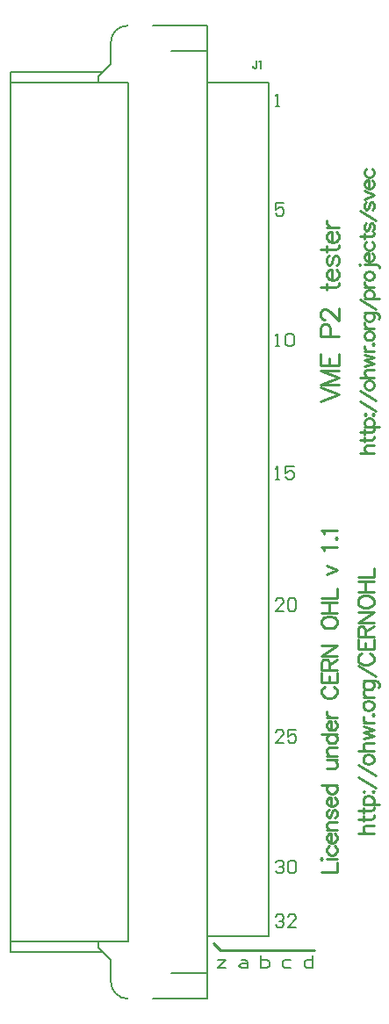
<source format=gto>
%FSLAX25Y25*%
%MOIN*%
G70*
G01*
G75*
G04 Layer_Color=65535*
%ADD10C,0.11811*%
%ADD11C,0.18110*%
%ADD12C,0.05906*%
%ADD13R,0.03937X0.03543*%
%ADD14C,0.01000*%
%ADD15C,0.00787*%
%ADD16C,0.00700*%
D14*
X27500Y11500D02*
X30300Y8700D01*
X65936D01*
X82335Y52908D02*
X88333D01*
X85477D02*
X84620Y53765D01*
X84334Y54337D01*
Y55193D01*
X84620Y55765D01*
X85477Y56050D01*
X88333D01*
X82335Y58478D02*
X87191D01*
X88048Y58764D01*
X88333Y59335D01*
Y59907D01*
X84334Y57622D02*
Y59621D01*
X82335Y61621D02*
X87191D01*
X88048Y61906D01*
X88333Y62478D01*
Y63049D01*
X84334Y60764D02*
Y62763D01*
Y63906D02*
X90333D01*
X85191D02*
X84620Y64477D01*
X84334Y65048D01*
Y65905D01*
X84620Y66477D01*
X85191Y67048D01*
X86048Y67334D01*
X86619D01*
X87476Y67048D01*
X88048Y66477D01*
X88333Y65905D01*
Y65048D01*
X88048Y64477D01*
X87476Y63906D01*
X84334Y68905D02*
X84620Y68619D01*
X84905Y68905D01*
X84620Y69190D01*
X84334Y68905D01*
X87762D02*
X88048Y68619D01*
X88333Y68905D01*
X88048Y69190D01*
X87762Y68905D01*
X89190Y70504D02*
X82335Y74504D01*
X89190Y74904D02*
X82335Y78903D01*
X84334Y80731D02*
X84620Y80159D01*
X85191Y79588D01*
X86048Y79303D01*
X86619D01*
X87476Y79588D01*
X88048Y80159D01*
X88333Y80731D01*
Y81588D01*
X88048Y82159D01*
X87476Y82730D01*
X86619Y83016D01*
X86048D01*
X85191Y82730D01*
X84620Y82159D01*
X84334Y81588D01*
Y80731D01*
X82335Y84330D02*
X88333D01*
X85477D02*
X84620Y85187D01*
X84334Y85758D01*
Y86615D01*
X84620Y87187D01*
X85477Y87472D01*
X88333D01*
X84334Y89043D02*
X88333Y90186D01*
X84334Y91329D02*
X88333Y90186D01*
X84334Y91329D02*
X88333Y92471D01*
X84334Y93614D02*
X88333Y92471D01*
X84334Y95013D02*
X88333D01*
X86048D02*
X85191Y95299D01*
X84620Y95870D01*
X84334Y96442D01*
Y97299D01*
X87762Y98127D02*
X88048Y97841D01*
X88333Y98127D01*
X88048Y98413D01*
X87762Y98127D01*
X84334Y101155D02*
X84620Y100584D01*
X85191Y100012D01*
X86048Y99727D01*
X86619D01*
X87476Y100012D01*
X88048Y100584D01*
X88333Y101155D01*
Y102012D01*
X88048Y102583D01*
X87476Y103155D01*
X86619Y103440D01*
X86048D01*
X85191Y103155D01*
X84620Y102583D01*
X84334Y102012D01*
Y101155D01*
Y104754D02*
X88333D01*
X86048D02*
X85191Y105040D01*
X84620Y105611D01*
X84334Y106183D01*
Y107039D01*
Y111010D02*
X88905D01*
X89762Y110724D01*
X90047Y110439D01*
X90333Y109867D01*
Y109011D01*
X90047Y108439D01*
X85191Y111010D02*
X84620Y110439D01*
X84334Y109867D01*
Y109011D01*
X84620Y108439D01*
X85191Y107868D01*
X86048Y107582D01*
X86619D01*
X87476Y107868D01*
X88048Y108439D01*
X88333Y109011D01*
Y109867D01*
X88048Y110439D01*
X87476Y111010D01*
X89190Y112610D02*
X82335Y116609D01*
X83763Y121294D02*
X83192Y121008D01*
X82620Y120437D01*
X82335Y119865D01*
Y118723D01*
X82620Y118151D01*
X83192Y117580D01*
X83763Y117294D01*
X84620Y117009D01*
X86048D01*
X86905Y117294D01*
X87476Y117580D01*
X88048Y118151D01*
X88333Y118723D01*
Y119865D01*
X88048Y120437D01*
X87476Y121008D01*
X86905Y121294D01*
X82335Y126692D02*
Y122979D01*
X88333D01*
Y126692D01*
X85191Y122979D02*
Y125264D01*
X82335Y127692D02*
X88333D01*
X82335D02*
Y130263D01*
X82620Y131120D01*
X82906Y131406D01*
X83477Y131691D01*
X84049D01*
X84620Y131406D01*
X84905Y131120D01*
X85191Y130263D01*
Y127692D01*
Y129692D02*
X88333Y131691D01*
X82335Y133034D02*
X88333D01*
X82335D02*
X88333Y137033D01*
X82335D02*
X88333D01*
X82335Y140404D02*
X82620Y139832D01*
X83192Y139261D01*
X83763Y138976D01*
X84620Y138690D01*
X86048D01*
X86905Y138976D01*
X87476Y139261D01*
X88048Y139832D01*
X88333Y140404D01*
Y141546D01*
X88048Y142118D01*
X87476Y142689D01*
X86905Y142975D01*
X86048Y143260D01*
X84620D01*
X83763Y142975D01*
X83192Y142689D01*
X82620Y142118D01*
X82335Y141546D01*
Y140404D01*
Y144660D02*
X88333D01*
X82335Y148659D02*
X88333D01*
X85191Y144660D02*
Y148659D01*
X82335Y150316D02*
X88333D01*
Y153744D01*
X68488Y38511D02*
X74487D01*
Y41939D01*
X68488Y43167D02*
X68774Y43453D01*
X68488Y43739D01*
X68202Y43453D01*
X68488Y43167D01*
X70487Y43453D02*
X74487D01*
X71344Y48224D02*
X70773Y47652D01*
X70487Y47081D01*
Y46224D01*
X70773Y45653D01*
X71344Y45081D01*
X72201Y44796D01*
X72773D01*
X73630Y45081D01*
X74201Y45653D01*
X74487Y46224D01*
Y47081D01*
X74201Y47652D01*
X73630Y48224D01*
X72201Y49509D02*
Y52937D01*
X71630D01*
X71059Y52651D01*
X70773Y52365D01*
X70487Y51794D01*
Y50937D01*
X70773Y50366D01*
X71344Y49795D01*
X72201Y49509D01*
X72773D01*
X73630Y49795D01*
X74201Y50366D01*
X74487Y50937D01*
Y51794D01*
X74201Y52365D01*
X73630Y52937D01*
X70487Y54222D02*
X74487D01*
X71630D02*
X70773Y55079D01*
X70487Y55651D01*
Y56507D01*
X70773Y57079D01*
X71630Y57364D01*
X74487D01*
X71344Y62078D02*
X70773Y61792D01*
X70487Y60935D01*
Y60078D01*
X70773Y59221D01*
X71344Y58935D01*
X71916Y59221D01*
X72201Y59792D01*
X72487Y61221D01*
X72773Y61792D01*
X73344Y62078D01*
X73630D01*
X74201Y61792D01*
X74487Y60935D01*
Y60078D01*
X74201Y59221D01*
X73630Y58935D01*
X72201Y63335D02*
Y66762D01*
X71630D01*
X71059Y66477D01*
X70773Y66191D01*
X70487Y65620D01*
Y64763D01*
X70773Y64192D01*
X71344Y63620D01*
X72201Y63335D01*
X72773D01*
X73630Y63620D01*
X74201Y64192D01*
X74487Y64763D01*
Y65620D01*
X74201Y66191D01*
X73630Y66762D01*
X68488Y71476D02*
X74487D01*
X71344D02*
X70773Y70904D01*
X70487Y70333D01*
Y69476D01*
X70773Y68905D01*
X71344Y68334D01*
X72201Y68048D01*
X72773D01*
X73630Y68334D01*
X74201Y68905D01*
X74487Y69476D01*
Y70333D01*
X74201Y70904D01*
X73630Y71476D01*
X70487Y77789D02*
X73344D01*
X74201Y78074D01*
X74487Y78646D01*
Y79502D01*
X74201Y80074D01*
X73344Y80931D01*
X70487D02*
X74487D01*
X70487Y82502D02*
X74487D01*
X71630D02*
X70773Y83359D01*
X70487Y83930D01*
Y84787D01*
X70773Y85358D01*
X71630Y85644D01*
X74487D01*
X68488Y90643D02*
X74487D01*
X71344D02*
X70773Y90072D01*
X70487Y89500D01*
Y88643D01*
X70773Y88072D01*
X71344Y87501D01*
X72201Y87215D01*
X72773D01*
X73630Y87501D01*
X74201Y88072D01*
X74487Y88643D01*
Y89500D01*
X74201Y90072D01*
X73630Y90643D01*
X72201Y92243D02*
Y95670D01*
X71630D01*
X71059Y95385D01*
X70773Y95099D01*
X70487Y94528D01*
Y93671D01*
X70773Y93100D01*
X71344Y92528D01*
X72201Y92243D01*
X72773D01*
X73630Y92528D01*
X74201Y93100D01*
X74487Y93671D01*
Y94528D01*
X74201Y95099D01*
X73630Y95670D01*
X70487Y96956D02*
X74487D01*
X72201D02*
X71344Y97242D01*
X70773Y97813D01*
X70487Y98384D01*
Y99241D01*
X69916Y108782D02*
X69345Y108496D01*
X68774Y107925D01*
X68488Y107354D01*
Y106211D01*
X68774Y105640D01*
X69345Y105069D01*
X69916Y104783D01*
X70773Y104497D01*
X72201D01*
X73058Y104783D01*
X73630Y105069D01*
X74201Y105640D01*
X74487Y106211D01*
Y107354D01*
X74201Y107925D01*
X73630Y108496D01*
X73058Y108782D01*
X68488Y114181D02*
Y110467D01*
X74487D01*
Y114181D01*
X71344Y110467D02*
Y112752D01*
X68488Y115181D02*
X74487D01*
X68488D02*
Y117752D01*
X68774Y118608D01*
X69059Y118894D01*
X69630Y119180D01*
X70202D01*
X70773Y118894D01*
X71059Y118608D01*
X71344Y117752D01*
Y115181D01*
Y117180D02*
X74487Y119180D01*
X68488Y120522D02*
X74487D01*
X68488D02*
X74487Y124522D01*
X68488D02*
X74487D01*
X68488Y132605D02*
X68774Y132034D01*
X69345Y131463D01*
X69916Y131177D01*
X70773Y130892D01*
X72201D01*
X73058Y131177D01*
X73630Y131463D01*
X74201Y132034D01*
X74487Y132605D01*
Y133748D01*
X74201Y134319D01*
X73630Y134891D01*
X73058Y135176D01*
X72201Y135462D01*
X70773D01*
X69916Y135176D01*
X69345Y134891D01*
X68774Y134319D01*
X68488Y133748D01*
Y132605D01*
Y136862D02*
X74487D01*
X68488Y140861D02*
X74487D01*
X71344Y136862D02*
Y140861D01*
X68488Y142518D02*
X74487D01*
Y145945D01*
X70487Y151316D02*
X74487Y153030D01*
X70487Y154744D02*
X74487Y153030D01*
X69630Y160428D02*
X69345Y160999D01*
X68488Y161856D01*
X74487D01*
X73915Y165113D02*
X74201Y164827D01*
X74487Y165113D01*
X74201Y165398D01*
X73915Y165113D01*
X69630Y166712D02*
X69345Y167284D01*
X68488Y168141D01*
X74487D01*
X83001Y197333D02*
X88500D01*
X85882D02*
X85096Y198118D01*
X84834Y198642D01*
Y199428D01*
X85096Y199951D01*
X85882Y200213D01*
X88500D01*
X83001Y202439D02*
X87453D01*
X88238Y202701D01*
X88500Y203224D01*
Y203748D01*
X84834Y201653D02*
Y203486D01*
X83001Y205319D02*
X87453D01*
X88238Y205581D01*
X88500Y206105D01*
Y206628D01*
X84834Y204534D02*
Y206367D01*
Y207414D02*
X90333D01*
X85620D02*
X85096Y207938D01*
X84834Y208461D01*
Y209247D01*
X85096Y209771D01*
X85620Y210294D01*
X86405Y210556D01*
X86929D01*
X87714Y210294D01*
X88238Y209771D01*
X88500Y209247D01*
Y208461D01*
X88238Y207938D01*
X87714Y207414D01*
X84834Y211996D02*
X85096Y211735D01*
X85358Y211996D01*
X85096Y212258D01*
X84834Y211996D01*
X87976D02*
X88238Y211735D01*
X88500Y211996D01*
X88238Y212258D01*
X87976Y211996D01*
X89286Y213463D02*
X83001Y217128D01*
X89286Y217495D02*
X83001Y221161D01*
X84834Y222837D02*
X85096Y222313D01*
X85620Y221790D01*
X86405Y221528D01*
X86929D01*
X87714Y221790D01*
X88238Y222313D01*
X88500Y222837D01*
Y223622D01*
X88238Y224146D01*
X87714Y224670D01*
X86929Y224932D01*
X86405D01*
X85620Y224670D01*
X85096Y224146D01*
X84834Y223622D01*
Y222837D01*
X83001Y226136D02*
X88500D01*
X85882D02*
X85096Y226922D01*
X84834Y227445D01*
Y228231D01*
X85096Y228755D01*
X85882Y229016D01*
X88500D01*
X84834Y230457D02*
X88500Y231504D01*
X84834Y232551D02*
X88500Y231504D01*
X84834Y232551D02*
X88500Y233599D01*
X84834Y234646D02*
X88500Y233599D01*
X84834Y235929D02*
X88500D01*
X86405D02*
X85620Y236191D01*
X85096Y236715D01*
X84834Y237239D01*
Y238024D01*
X87976Y238783D02*
X88238Y238522D01*
X88500Y238783D01*
X88238Y239045D01*
X87976Y238783D01*
X84834Y241559D02*
X85096Y241035D01*
X85620Y240512D01*
X86405Y240250D01*
X86929D01*
X87714Y240512D01*
X88238Y241035D01*
X88500Y241559D01*
Y242345D01*
X88238Y242868D01*
X87714Y243392D01*
X86929Y243654D01*
X86405D01*
X85620Y243392D01*
X85096Y242868D01*
X84834Y242345D01*
Y241559D01*
Y244858D02*
X88500D01*
X86405D02*
X85620Y245120D01*
X85096Y245644D01*
X84834Y246168D01*
Y246953D01*
Y250593D02*
X89024D01*
X89809Y250331D01*
X90071Y250069D01*
X90333Y249545D01*
Y248760D01*
X90071Y248236D01*
X85620Y250593D02*
X85096Y250069D01*
X84834Y249545D01*
Y248760D01*
X85096Y248236D01*
X85620Y247712D01*
X86405Y247451D01*
X86929D01*
X87714Y247712D01*
X88238Y248236D01*
X88500Y248760D01*
Y249545D01*
X88238Y250069D01*
X87714Y250593D01*
X89286Y252059D02*
X83001Y255725D01*
X84834Y256092D02*
X90333D01*
X85620D02*
X85096Y256615D01*
X84834Y257139D01*
Y257925D01*
X85096Y258448D01*
X85620Y258972D01*
X86405Y259234D01*
X86929D01*
X87714Y258972D01*
X88238Y258448D01*
X88500Y257925D01*
Y257139D01*
X88238Y256615D01*
X87714Y256092D01*
X84834Y260412D02*
X88500D01*
X86405D02*
X85620Y260674D01*
X85096Y261198D01*
X84834Y261721D01*
Y262507D01*
Y264314D02*
X85096Y263790D01*
X85620Y263266D01*
X86405Y263004D01*
X86929D01*
X87714Y263266D01*
X88238Y263790D01*
X88500Y264314D01*
Y265099D01*
X88238Y265623D01*
X87714Y266147D01*
X86929Y266408D01*
X86405D01*
X85620Y266147D01*
X85096Y265623D01*
X84834Y265099D01*
Y264314D01*
X83001Y268660D02*
X83263Y268922D01*
X83001Y269184D01*
X82739Y268922D01*
X83001Y268660D01*
X84834Y268922D02*
X89286D01*
X90071Y268660D01*
X90333Y268137D01*
Y267613D01*
X86405Y270205D02*
Y273347D01*
X85882D01*
X85358Y273086D01*
X85096Y272824D01*
X84834Y272300D01*
Y271515D01*
X85096Y270991D01*
X85620Y270467D01*
X86405Y270205D01*
X86929D01*
X87714Y270467D01*
X88238Y270991D01*
X88500Y271515D01*
Y272300D01*
X88238Y272824D01*
X87714Y273347D01*
X85620Y277668D02*
X85096Y277144D01*
X84834Y276621D01*
Y275835D01*
X85096Y275311D01*
X85620Y274788D01*
X86405Y274526D01*
X86929D01*
X87714Y274788D01*
X88238Y275311D01*
X88500Y275835D01*
Y276621D01*
X88238Y277144D01*
X87714Y277668D01*
X83001Y279632D02*
X87453D01*
X88238Y279894D01*
X88500Y280417D01*
Y280941D01*
X84834Y278846D02*
Y280679D01*
X85620Y284607D02*
X85096Y284345D01*
X84834Y283560D01*
Y282774D01*
X85096Y281989D01*
X85620Y281727D01*
X86143Y281989D01*
X86405Y282512D01*
X86667Y283821D01*
X86929Y284345D01*
X87453Y284607D01*
X87714D01*
X88238Y284345D01*
X88500Y283560D01*
Y282774D01*
X88238Y281989D01*
X87714Y281727D01*
X89286Y285759D02*
X83001Y289425D01*
X85620Y292672D02*
X85096Y292410D01*
X84834Y291624D01*
Y290839D01*
X85096Y290053D01*
X85620Y289792D01*
X86143Y290053D01*
X86405Y290577D01*
X86667Y291886D01*
X86929Y292410D01*
X87453Y292672D01*
X87714D01*
X88238Y292410D01*
X88500Y291624D01*
Y290839D01*
X88238Y290053D01*
X87714Y289792D01*
X84834Y293824D02*
X88500Y295395D01*
X84834Y296966D02*
X88500Y295395D01*
X86405Y297856D02*
Y300999D01*
X85882D01*
X85358Y300737D01*
X85096Y300475D01*
X84834Y299951D01*
Y299166D01*
X85096Y298642D01*
X85620Y298118D01*
X86405Y297856D01*
X86929D01*
X87714Y298118D01*
X88238Y298642D01*
X88500Y299166D01*
Y299951D01*
X88238Y300475D01*
X87714Y300999D01*
X85620Y305319D02*
X85096Y304796D01*
X84834Y304272D01*
Y303486D01*
X85096Y302963D01*
X85620Y302439D01*
X86405Y302177D01*
X86929D01*
X87714Y302439D01*
X88238Y302963D01*
X88500Y303486D01*
Y304272D01*
X88238Y304796D01*
X87714Y305319D01*
X68202Y217000D02*
X75201Y219666D01*
X68202Y222332D02*
X75201Y219666D01*
X68202Y223232D02*
X75201D01*
X68202D02*
X75201Y225898D01*
X68202Y228564D02*
X75201Y225898D01*
X68202Y228564D02*
X75201D01*
X68202Y234896D02*
Y230564D01*
X75201D01*
Y234896D01*
X71535Y230564D02*
Y233230D01*
X71868Y241561D02*
Y244561D01*
X71535Y245561D01*
X71202Y245894D01*
X70535Y246227D01*
X69535D01*
X68869Y245894D01*
X68536Y245561D01*
X68202Y244561D01*
Y241561D01*
X75201D01*
X69868Y248127D02*
X69535D01*
X68869Y248460D01*
X68536Y248793D01*
X68202Y249460D01*
Y250793D01*
X68536Y251459D01*
X68869Y251793D01*
X69535Y252126D01*
X70202D01*
X70868Y251793D01*
X71868Y251126D01*
X75201Y247793D01*
Y252459D01*
X68202Y260524D02*
X73868D01*
X74867Y260857D01*
X75201Y261524D01*
Y262190D01*
X70535Y259524D02*
Y261857D01*
X72535Y263190D02*
Y267189D01*
X71868D01*
X71202Y266856D01*
X70868Y266523D01*
X70535Y265856D01*
Y264856D01*
X70868Y264190D01*
X71535Y263523D01*
X72535Y263190D01*
X73201D01*
X74201Y263523D01*
X74867Y264190D01*
X75201Y264856D01*
Y265856D01*
X74867Y266523D01*
X74201Y267189D01*
X71535Y272355D02*
X70868Y272022D01*
X70535Y271022D01*
Y270022D01*
X70868Y269022D01*
X71535Y268689D01*
X72201Y269022D01*
X72535Y269689D01*
X72868Y271355D01*
X73201Y272022D01*
X73868Y272355D01*
X74201D01*
X74867Y272022D01*
X75201Y271022D01*
Y270022D01*
X74867Y269022D01*
X74201Y268689D01*
X68202Y274821D02*
X73868D01*
X74867Y275154D01*
X75201Y275821D01*
Y276487D01*
X70535Y273821D02*
Y276154D01*
X72535Y277487D02*
Y281486D01*
X71868D01*
X71202Y281153D01*
X70868Y280820D01*
X70535Y280153D01*
Y279153D01*
X70868Y278487D01*
X71535Y277820D01*
X72535Y277487D01*
X73201D01*
X74201Y277820D01*
X74867Y278487D01*
X75201Y279153D01*
Y280153D01*
X74867Y280820D01*
X74201Y281486D01*
X70535Y282986D02*
X75201D01*
X72535D02*
X71535Y283319D01*
X70868Y283986D01*
X70535Y284652D01*
Y285652D01*
D15*
X-5118Y359646D02*
G03*
X-11417Y353347I0J-6299D01*
G01*
Y-3347D02*
G03*
X-5118Y-9646I6299J0D01*
G01*
X25197Y13976D02*
X48425D01*
X25197Y-9646D02*
Y359646D01*
Y337992D02*
X48425D01*
Y13976D02*
Y337992D01*
X4528Y-9646D02*
X25197D01*
X-11417Y-3347D02*
Y4921D01*
X-16142Y9646D02*
X-11417Y4921D01*
X-16142Y9646D02*
Y11811D01*
X-49606Y8071D02*
X-14567D01*
X-49606D02*
Y341929D01*
X-14567D01*
X-16142Y337992D02*
Y340354D01*
X-11417Y345079D01*
Y353347D01*
X4528Y359646D02*
X25197D01*
X11592Y350000D02*
X25197D01*
X-49606Y12008D02*
X-4921D01*
Y337992D01*
X-49606D02*
X-4921D01*
X11592Y0D02*
X25197D01*
X51000Y329000D02*
X52574D01*
X51787D01*
Y333723D01*
X51000Y332936D01*
Y21436D02*
X51787Y22223D01*
X53361D01*
X54149Y21436D01*
Y20649D01*
X53361Y19861D01*
X52574D01*
X53361D01*
X54149Y19074D01*
Y18287D01*
X53361Y17500D01*
X51787D01*
X51000Y18287D01*
X58872Y17500D02*
X55723D01*
X58872Y20649D01*
Y21436D01*
X58084Y22223D01*
X56510D01*
X55723Y21436D01*
X54149Y292223D02*
X51000D01*
Y289861D01*
X52574Y290649D01*
X53361D01*
X54149Y289861D01*
Y288287D01*
X53361Y287500D01*
X51787D01*
X51000Y288287D01*
Y238000D02*
X52574D01*
X51787D01*
Y242723D01*
X51000Y241936D01*
X54936D02*
X55723Y242723D01*
X57297D01*
X58084Y241936D01*
Y238787D01*
X57297Y238000D01*
X55723D01*
X54936Y238787D01*
Y241936D01*
X51000Y187500D02*
X52574D01*
X51787D01*
Y192223D01*
X51000Y191436D01*
X58084Y192223D02*
X54936D01*
Y189861D01*
X56510Y190649D01*
X57297D01*
X58084Y189861D01*
Y188287D01*
X57297Y187500D01*
X55723D01*
X54936Y188287D01*
X54149Y137500D02*
X51000D01*
X54149Y140649D01*
Y141436D01*
X53361Y142223D01*
X51787D01*
X51000Y141436D01*
X55723D02*
X56510Y142223D01*
X58084D01*
X58872Y141436D01*
Y138287D01*
X58084Y137500D01*
X56510D01*
X55723Y138287D01*
Y141436D01*
X54149Y87500D02*
X51000D01*
X54149Y90649D01*
Y91436D01*
X53361Y92223D01*
X51787D01*
X51000Y91436D01*
X58872Y92223D02*
X55723D01*
Y89862D01*
X57297Y90649D01*
X58084D01*
X58872Y89862D01*
Y88287D01*
X58084Y87500D01*
X56510D01*
X55723Y88287D01*
X51000Y41936D02*
X51787Y42723D01*
X53361D01*
X54149Y41936D01*
Y41149D01*
X53361Y40361D01*
X52574D01*
X53361D01*
X54149Y39574D01*
Y38787D01*
X53361Y38000D01*
X51787D01*
X51000Y38787D01*
X55723Y41936D02*
X56510Y42723D01*
X58084D01*
X58872Y41936D01*
Y38787D01*
X58084Y38000D01*
X56510D01*
X55723Y38787D01*
Y41936D01*
X56899Y5149D02*
X54537D01*
X53750Y4361D01*
Y2787D01*
X54537Y2000D01*
X56899D01*
X45500Y6723D02*
Y2000D01*
X47861D01*
X48649Y2787D01*
Y3574D01*
Y4361D01*
X47861Y5149D01*
X45500D01*
X38037D02*
X39611D01*
X40399Y4361D01*
Y2000D01*
X38037D01*
X37250Y2787D01*
X38037Y3574D01*
X40399D01*
X29000Y5149D02*
X32149D01*
X29000Y2000D01*
X32149D01*
X65149Y6723D02*
Y2000D01*
X62787D01*
X62000Y2787D01*
Y4361D01*
X62787Y5149D01*
X65149D01*
D16*
X43928Y346499D02*
Y344214D01*
X43785Y343786D01*
X43643Y343643D01*
X43357Y343500D01*
X43071D01*
X42786Y343643D01*
X42643Y343786D01*
X42500Y344214D01*
Y344500D01*
X44699Y345928D02*
X44985Y346071D01*
X45414Y346499D01*
Y343500D01*
M02*

</source>
